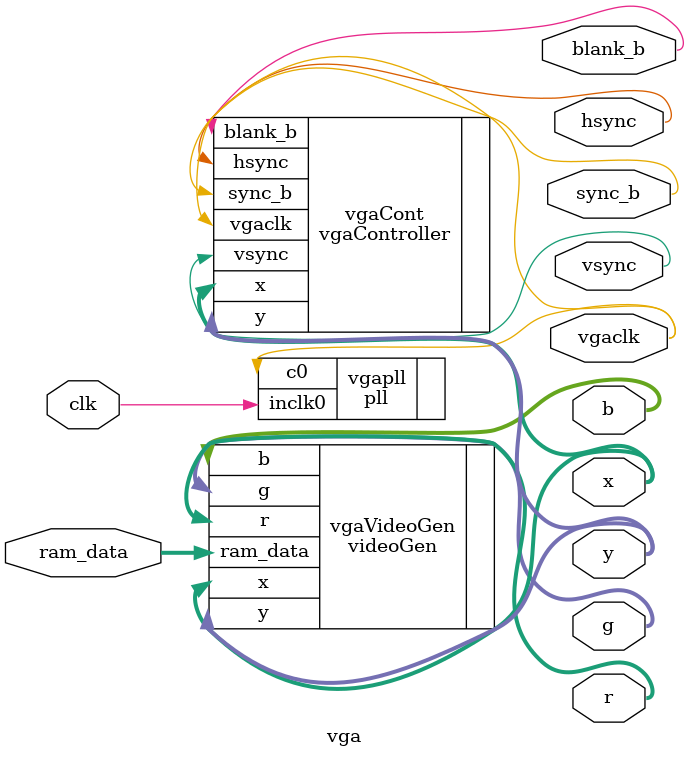
<source format=sv>
module vga(
	input clk,
	input logic [7:0] ram_data,
	output logic vgaclk,
	output logic hsync, vsync,
	output logic sync_b, blank_b,
	output logic [7:0] r, g, b,
	output logic [9:0] x, y
);
	//logic [9:0] x, y;
	pll vgapll(
		.inclk0(clk),
		.c0(vgaclk)
	);
	
	vgaController vgaCont(
		.vgaclk(vgaclk),
		.hsync(hsync),
		.vsync(vsync),
		.sync_b(sync_b),
		.blank_b(blank_b),
		.x(x),
		.y(y)
	);
	
	videoGen vgaVideoGen(
		.x(x),
		.y(y),
		.ram_data(ram_data),
		.r(r),
		.g(g),
		.b(b)
	);

endmodule
</source>
